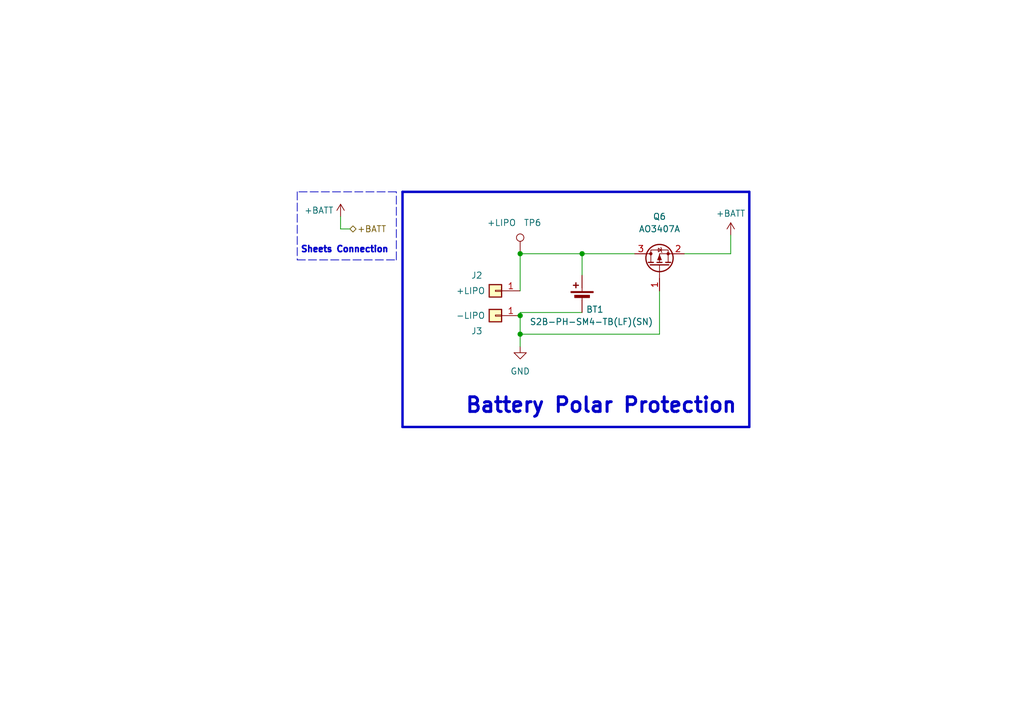
<source format=kicad_sch>
(kicad_sch (version 20231120) (generator "eeschema") (generator_version "8.0")
  (paper "A5")
  (title_block (title "Battery") (date "2024-04-06") (rev "5") (company "Teapot Laboratories"))
  (lib_symbols
    (symbol "Connector:TestPoint" (pin_numbers hide) (pin_names (offset 0.762) hide)
      (property "Reference" "TP" (at 0 6.858 0))
      (property "Value" "TestPoint" (at 0 5.08 0))
      (symbol "TestPoint_0_1"
        (circle (center 0 3.302) (radius 0.762))
      )
      (symbol "TestPoint_1_1"
        (pin passive line (at 0 0 90) (length 2.54) (name "1") (number "1"))
      )
    )
    (symbol "Connector_Generic:Conn_01x01" (pin_names (offset 1.016) hide)
      (property "Reference" "J" (at 0 2.54 0))
      (property "Value" "Conn_01x01" (at 0 -2.54 0))
      (symbol "Conn_01x01_1_1"
        (rectangle (start -1.27 0.127) (end 0 -0.127) (stroke (width 0.1524)))
        (rectangle (start -1.27 1.27) (end 1.27 -1.27) (stroke (width 0.254)) (fill (type background)))
        (pin passive line (at -5.08 0 0) (length 3.81) (name "Pin_1") (number "1"))
      )
    )
    (symbol "Device:Battery_Cell" (pin_numbers hide) (pin_names (offset 0) hide)
      (property "Reference" "BT" (at 2.54 2.54 0))
      (property "Value" "Battery_Cell" (at 2.54 0 0))
      (symbol "Battery_Cell_0_1"
        (rectangle (start -2.286 1.778) (end 2.286 1.524) (fill (type outline)))
        (rectangle (start -1.524 1.016) (end 1.524 0.508) (fill (type outline)))
        (polyline (pts (xy 0 0.762) (xy 0 0)))
        (polyline (pts (xy 0 1.778) (xy 0 2.54)))
        (polyline (pts (xy 0.762 3.048) (xy 1.778 3.048)) (stroke (width 0.254)))
        (polyline (pts (xy 1.27 3.556) (xy 1.27 2.54)) (stroke (width 0.254)))
      )
      (symbol "Battery_Cell_1_1"
        (pin passive line (at 0 5.08 270) (length 2.54) (name "+") (number "1"))
        (pin passive line (at 0 -2.54 90) (length 2.54) (name "-") (number "2"))
      )
    )
    (symbol "Device:Q_PMOS_GSD" (pin_names (offset 0) hide)
      (property "Reference" "Q" (at 5.08 1.27 0))
      (property "Value" "Q_PMOS_GSD" (at 5.08 -1.27 0))
      (symbol "Q_PMOS_GSD_0_1"
        (polyline (pts (xy 0.254 0) (xy -2.54 0)))
        (polyline (pts (xy 0.254 1.905) (xy 0.254 -1.905)) (stroke (width 0.254)))
        (polyline (pts (xy 0.762 -1.27) (xy 0.762 -2.286)) (stroke (width 0.254)))
        (polyline (pts (xy 0.762 0.508) (xy 0.762 -0.508)) (stroke (width 0.254)))
        (polyline (pts (xy 0.762 2.286) (xy 0.762 1.27)) (stroke (width 0.254)))
        (polyline (pts (xy 2.54 2.54) (xy 2.54 1.778)))
        (polyline (pts (xy 2.54 -2.54) (xy 2.54 0) (xy 0.762 0)))
        (polyline (pts (xy 0.762 1.778) (xy 3.302 1.778) (xy 3.302 -1.778) (xy 0.762 -1.778)))
        (polyline (pts (xy 2.286 0) (xy 1.27 0.381) (xy 1.27 -0.381) (xy 2.286 0)) (fill (type outline)))
        (polyline (pts (xy 2.794 -0.508) (xy 2.921 -0.381) (xy 3.683 -0.381) (xy 3.81 -0.254)))
        (polyline (pts (xy 3.302 -0.381) (xy 2.921 0.254) (xy 3.683 0.254) (xy 3.302 -0.381)))
        (circle (center 1.651 0) (radius 2.794) (stroke (width 0.254)))
        (circle (center 2.54 -1.778) (radius 0.254) (fill (type outline)))
        (circle (center 2.54 1.778) (radius 0.254) (fill (type outline)))
      )
      (symbol "Q_PMOS_GSD_1_1"
        (pin input line (at -5.08 0 0) (length 2.54) (name "G") (number "1"))
        (pin passive line (at 2.54 -5.08 90) (length 2.54) (name "S") (number "2"))
        (pin passive line (at 2.54 5.08 270) (length 2.54) (name "D") (number "3"))
      )
    )
    (symbol "power:+BATT" (power) (pin_names (offset 0))
      (property "Value" "+BATT" (at 0 3.556 0))
      (symbol "+BATT_0_1"
        (polyline (pts (xy -0.762 1.27) (xy 0 2.54)))
        (polyline (pts (xy 0 0) (xy 0 2.54)))
        (polyline (pts (xy 0 2.54) (xy 0.762 1.27)))
      )
      (symbol "+BATT_1_1"
        (pin power_in line (at 0 0 90) (length 0) hide (name "+BATT") (number "1"))
      )
    )
    (symbol "power:GND" (power) (pin_names (offset 0))
      (property "Value" "GND" (at 0 -3.81 0))
      (symbol "GND_0_1"
        (polyline (pts (xy 0 0) (xy 0 -1.27) (xy 1.27 -1.27) (xy 0 -2.54) (xy -1.27 -1.27) (xy 0 -1.27)))
      )
      (symbol "GND_1_1"
        (pin power_in line (at 0 0 270) (length 0) hide (name "GND") (number "1"))
      )
    )
  )
  (junction (at 106.68 52.07))
  (junction (at 119.38 52.07))
  (junction (at 106.68 64.77))
  (junction (at 106.68 68.58))
  (wire (pts (xy 135.255 59.69) (xy 135.255 68.58)))
  (polyline (pts (xy 81.28 39.37) (xy 60.96 39.37)) (stroke (width 0) (type dash)))
  (polyline (pts (xy 60.96 53.34) (xy 81.28 53.34)) (stroke (width 0) (type dash)))
  (wire (pts (xy 106.68 68.58) (xy 106.68 71.12)))
  (wire (pts (xy 149.86 48.26) (xy 149.86 52.07)))
  (polyline (pts (xy 60.96 39.37) (xy 60.96 53.34)) (stroke (width 0) (type dash)))
  (wire (pts (xy 119.38 52.07) (xy 130.175 52.07)))
  (polyline (pts (xy 153.67 39.37) (xy 153.67 87.63)) (stroke (width 0.5)))
  (wire (pts (xy 69.85 44.45) (xy 69.85 46.99)))
  (wire (pts (xy 106.68 52.07) (xy 106.68 59.69)))
  (wire (pts (xy 140.335 52.07) (xy 149.86 52.07)))
  (polyline (pts (xy 82.55 39.37) (xy 82.55 87.63)) (stroke (width 0.5)))
  (wire (pts (xy 119.38 64.135) (xy 106.68 64.135)))
  (polyline (pts (xy 81.28 53.34) (xy 81.28 39.37)) (stroke (width 0) (type dash)))
  (wire (pts (xy 106.68 64.77) (xy 106.68 68.58)))
  (wire (pts (xy 119.38 52.07) (xy 119.38 56.515)))
  (wire (pts (xy 106.68 68.58) (xy 135.255 68.58)))
  (polyline (pts (xy 153.67 87.63) (xy 82.55 87.63)) (stroke (width 0.5)))
  (wire (pts (xy 106.68 64.135) (xy 106.68 64.77)))
  (wire (pts (xy 69.85 46.99) (xy 71.755 46.99)))
  (polyline (pts (xy 82.55 39.37) (xy 153.67 39.37)) (stroke (width 0.5)))
  (wire (pts (xy 106.68 52.07) (xy 119.38 52.07)))
  (text "Battery Polar Protection" (at 95.25 85.09 0) (effects (font (size 3 3) (thickness 0.6) (bold yes)) (justify left bottom)))
  (text "Sheets Connection" (at 61.595 52.07 0) (effects (font (size 1.27 1.27) (thickness 0.6) (bold yes)) (justify left bottom)))
  (hierarchical_label "+BATT" (shape bidirectional) (at 71.755 46.99 0))
  (symbol (lib_id "Device:Battery_Cell") (at 119.38 61.595 0) (mirror y) (unit 1)
    (property "Reference" "BT1" (at 123.825 63.5 0) (effects (justify left)))
    (property "Value" "S2B-PH-SM4-TB(LF)(SN)" (at 133.985 66.04 0) (effects (justify left)))
    (property "Footprint" "atlas:JST_PH_S2B-PH-SM4-TB_1x02-1MP_P2.00mm_Horizontal" (effects (hide yes)))
    (property "Datasheet" "https://datasheet.lcsc.com/lcsc/2102031704_JST-Sales-America-S2B-PH-SM4-TB-LF-SN_C295747.pdf" (effects (hide yes)))
    (property "Part Description" "Wire To Board Connector 1x2P PH 2mm Male 2A P=2mm" (effects (hide yes)))
    (property "Manufacturer" "JST Sales America" (effects (hide yes)))
    (property "Manufacturer Part Number" "S2B-PH-SM4-TB(LF)(SN)" (effects (hide yes)))
    (property "Distributor" "LCSC" (effects (hide yes)))
    (property "Distributor Part Number" "C295747" (effects (hide yes)))
    (property "Distributor Link" "https://www.lcsc.com/product-detail/Wire-To-Board-Wire-To-Wire-Connector_JST-Sales-America-S2B-PH-SM4-TB-LF-SN_C295747.html" (effects (hide yes)))
  )
  (symbol (lib_id "Device:Q_PMOS_GSD") (at 135.255 54.61 90) (unit 1)
    (property "Reference" "Q6" (at 135.255 44.45 90))
    (property "Value" "AO3407A" (at 135.255 46.99 90))
    (property "Footprint" "Package_TO_SOT_SMD:SOT-23" (effects (hide yes)))
    (property "Datasheet" "https://datasheet.lcsc.com/lcsc/1810231523_Alpha---Omega-Semicon-AO3407A_C15155.pdf" (effects (hide yes)))
    (property "Part Description" "MOSFET P Channel 30V 4.3A 48mΩ@10V,4.3A 1.4W" (effects (hide yes)))
    (property "Manufacturer" "Alpha & Omega Semicon" (effects (hide yes)))
    (property "Manufacturer Part Number" "AO3407A" (effects (hide yes)))
    (property "Distributor" "LCSC" (effects (hide yes)))
    (property "Distributor Part Number" "C15155" (effects (hide yes)))
    (property "Distributor Link" "https://www.lcsc.com/product-detail/MOSFETs_Alpha-Omega-Semicon-AO3407A_C15155.html" (effects (hide yes)))
    (instances (project "atlas" (path "" (reference "Q6") (unit 1))) (project "bwlr1e" (path "" (reference "Q1") (unit 1))))
  )
  (symbol (lib_id "Connector:TestPoint") (at 106.68 52.07 0) (unit 1)
    (property "Reference" "TP6" (at 109.22 45.72 0))
    (property "Value" "+LIPO" (at 102.87 45.72 0))
    (property "Footprint" "TestPoint:TestPoint_Pad_D1.0mm" (effects (hide yes)))
    (instances (project "atlas" (path "" (reference "TP6") (unit 1))) (project "bwlr1e" (path "" (reference "TP9") (unit 1))))
  )
  (symbol (lib_id "power:+BATT") (at 149.86 48.26 0) (unit 1)
    (property "Reference" "#PWR091" (effects (hide yes)))
    (property "Value" "+BATT" (at 149.86 43.815 0))
    (instances (project "atlas" (path "" (reference "#PWR091") (unit 1))) (project "bwlr1e-prog" (path "" (reference "#PWR018") (unit 1))) (project "feather_rak3172" (path "" (reference "#PWR0131") (unit 1))))
  )
  (symbol (lib_id "power:+BATT") (at 69.85 44.45 0) (unit 1)
    (property "Reference" "#PWR089" (effects (hide yes)))
    (property "Value" "+BATT" (at 65.405 43.18 0))
    (instances (project "atlas" (path "" (reference "#PWR089") (unit 1))) (project "bwlr1e-prog" (path "" (reference "#PWR018") (unit 1))) (project "feather_rak3172" (path "" (reference "#PWR0131") (unit 1))))
  )
  (symbol (lib_id "power:GND") (at 106.68 71.12 0) (unit 1)
    (property "Reference" "#PWR090" (effects (hide yes)))
    (property "Value" "GND" (at 106.68 76.2 0))
    (instances (project "atlas" (path "" (reference "#PWR090") (unit 1))) (project "bwlr1e" (path "" (reference "#PWR013") (unit 1))))
  )
  (symbol (lib_id "Connector_Generic:Conn_01x01") (at 101.6 59.69 180) (unit 1)
    (property "Reference" "J2" (at 97.79 56.515 0))
    (property "Value" "+LIPO" (at 96.52 59.69 0))
    (property "Footprint" "TestPoint:TestPoint_THTPad_D1.0mm_Drill0.5mm" (effects (hide yes)))
    (property "Part Description" "On-board Pad" (effects (hide yes)))
  )
  (symbol (lib_id "Connector_Generic:Conn_01x01") (at 101.6 64.77 0) (mirror y) (unit 1)
    (property "Reference" "J3" (at 97.79 67.945 0))
    (property "Value" "-LIPO" (at 96.52 64.77 0))
    (property "Footprint" "TestPoint:TestPoint_THTPad_D1.0mm_Drill0.5mm" (effects (hide yes)))
    (property "Part Description" "On-board Pad" (effects (hide yes)))
  )
)
</source>
